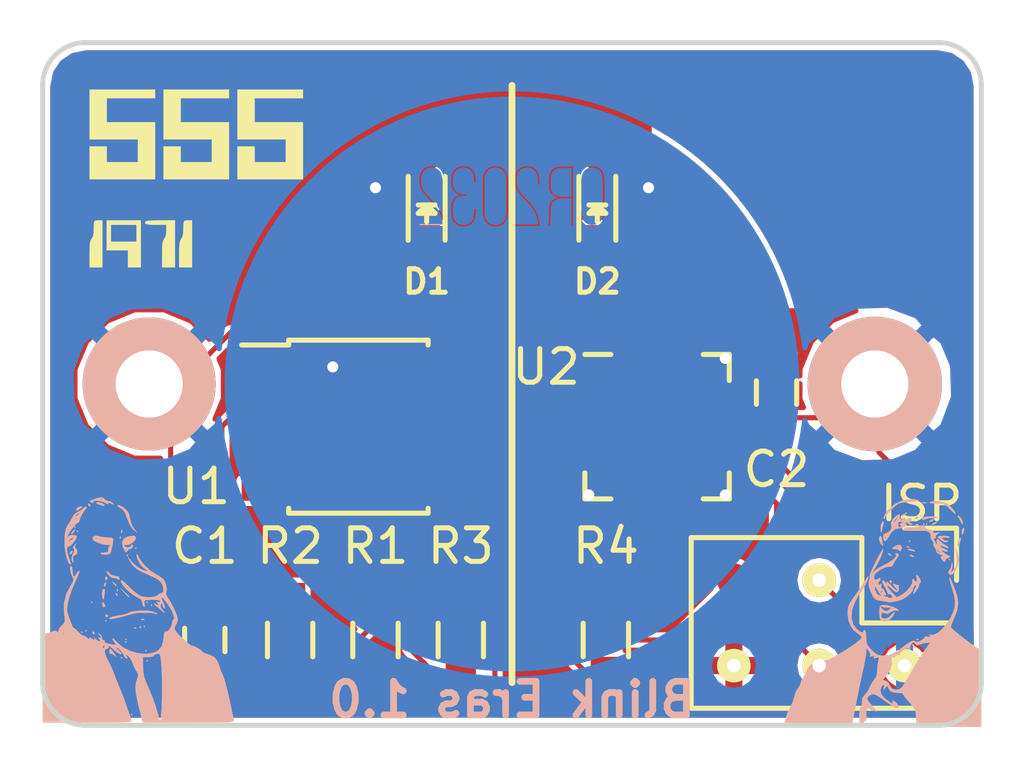
<source format=kicad_pcb>
(kicad_pcb (version 20171130) (host pcbnew "(5.1.12)-1")
  (layers (0 F.Cu signal) (31 B.Cu signal) (34 B.Paste user hide) (35 F.Paste user hide) (36 B.SilkS user hide) (37 F.SilkS user hide) (38 B.Mask user hide) (39 F.Mask user hide) (44 Edge.Cuts user))
  (net 0 "")
  (net 1 VCC)
  (net 2 GND)
  (net 3 "Net-(C1-Pad1)")
  (net 4 "Net-(D1-Pad2)")
  (net 5 "Net-(D2-Pad2)")
  (net 6 /~RESET~)
  (net 7 "Net-(U2-Pad2)")
  (net 8 "Net-(U2-Pad5)")
  (net 9 /MOSI)
  (net 10 /MISO)
  (net 11 /SCK)
  (net 12 "Net-(R1-Pad2)")
  (net 13 "Net-(R3-Pad1)")
  (net 14 "Net-(U1-Pad5)")
  (module Capacitors_SMD:C_0603 (layer F.Cu) (at 152.654 100.584 90)
    (fp_text reference C2 (at -2.286 0 180) (layer F.SilkS))
    (fp_text value 1µ hide)
    (pad 1 smd rect (at -0.75 0 90) (size 0.8 0.75) (layers F.Cu F.Paste F.Mask) (net 1 VCC))
    (pad 2 smd rect (at 0.75 0 90) (size 0.8 0.75) (layers F.Cu F.Paste F.Mask) (net 2 GND))
  )
  (module Housings_SOIC:SOIC-8_3.9x4.9mm_Pitch1.27mm (layer F.Cu) (at 140.208 101.6)
    (fp_text reference U1 (at -4.826 1.778) (layer F.SilkS))
    (fp_text value ICM7555 hide)
    (pad 1 smd rect (at -2.7 -1.905) (size 1.55 0.6) (layers F.Cu F.Paste F.Mask) (net 2 GND))
    (pad 2 smd rect (at -2.7 -0.635) (size 1.55 0.6) (layers F.Cu F.Paste F.Mask) (net 3 "Net-(C1-Pad1)"))
    (pad 3 smd rect (at -2.7 0.635) (size 1.55 0.6) (layers F.Cu F.Paste F.Mask) (net 13 "Net-(R3-Pad1)"))
    (pad 4 smd rect (at -2.7 1.905) (size 1.55 0.6) (layers F.Cu F.Paste F.Mask) (net 1 VCC))
    (pad 5 smd rect (at 2.7 1.905) (size 1.55 0.6) (layers F.Cu F.Paste F.Mask) (net 14 "Net-(U1-Pad5)"))
    (pad 6 smd rect (at 2.7 0.635) (size 1.55 0.6) (layers F.Cu F.Paste F.Mask) (net 3 "Net-(C1-Pad1)"))
    (pad 7 smd rect (at 2.7 -0.635) (size 1.55 0.6) (layers F.Cu F.Paste F.Mask) (net 12 "Net-(R1-Pad2)"))
    (pad 8 smd rect (at 2.7 -1.905) (size 1.55 0.6) (layers F.Cu F.Paste F.Mask) (net 1 VCC))
  )
  (module Capacitors_SMD:C_0603_HandSoldering (layer F.Cu) (at 135.636 107.95 270)
    (fp_text reference C1 (at -2.794 0) (layer F.SilkS))
    (fp_text value 1µ hide)
    (pad 1 smd rect (at -0.95 0 270) (size 1.2 0.75) (layers F.Cu F.Paste F.Mask) (net 3 "Net-(C1-Pad1)"))
    (pad 2 smd rect (at 0.95 0 270) (size 1.2 0.75) (layers F.Cu F.Paste F.Mask) (net 2 GND))
  )
  (module LEDs:LED_0603 (layer F.Cu) (at 142.24 95.25 270)
    (fp_text reference D1 (at 2.032 0) (layer F.SilkS) (effects (font (size 0.7 0.7))))
    (fp_text value Red hide)
    (pad 2 smd rect (at 0.7493 0 90) (size 0.79756 0.79756) (layers F.Cu F.Paste F.Mask) (net 4 "Net-(D1-Pad2)"))
    (pad 1 smd rect (at -0.7493 0 90) (size 0.79756 0.79756) (layers F.Cu F.Paste F.Mask) (net 2 GND))
  )
  (module LEDs:LED_0603 (layer F.Cu) (at 147.32 95.25 270)
    (fp_text reference D2 (at 2.032 0) (layer F.SilkS) (effects (font (size 0.7 0.7))))
    (fp_text value Green hide)
    (pad 2 smd rect (at 0.7493 0 90) (size 0.79756 0.79756) (layers F.Cu F.Paste F.Mask) (net 5 "Net-(D2-Pad2)"))
    (pad 1 smd rect (at -0.7493 0 90) (size 0.79756 0.79756) (layers F.Cu F.Paste F.Mask) (net 2 GND))
  )
  (module Resistors_SMD:R_0603_HandSoldering (layer F.Cu) (at 140.716 107.95 270)
    (fp_text reference R1 (at -2.794 0) (layer F.SilkS))
    (fp_text value 1K hide)
    (pad 1 smd rect (at -1.1 0 270) (size 1.2 0.9) (layers F.Cu F.Paste F.Mask) (net 1 VCC))
    (pad 2 smd rect (at 1.1 0 270) (size 1.2 0.9) (layers F.Cu F.Paste F.Mask) (net 12 "Net-(R1-Pad2)"))
  )
  (module Resistors_SMD:R_0603_HandSoldering (layer F.Cu) (at 138.176 107.95 90)
    (fp_text reference R2 (at 2.794 0 180) (layer F.SilkS))
    (fp_text value 470K hide)
    (pad 1 smd rect (at -1.1 0 90) (size 1.2 0.9) (layers F.Cu F.Paste F.Mask) (net 12 "Net-(R1-Pad2)"))
    (pad 2 smd rect (at 1.1 0 90) (size 1.2 0.9) (layers F.Cu F.Paste F.Mask) (net 3 "Net-(C1-Pad1)"))
  )
  (module Resistors_SMD:R_0603_HandSoldering (layer F.Cu) (at 143.256 107.95 90)
    (fp_text reference R3 (at 2.794 0 180) (layer F.SilkS))
    (fp_text value 68 hide)
    (pad 1 smd rect (at -1.1 0 90) (size 1.2 0.9) (layers F.Cu F.Paste F.Mask) (net 13 "Net-(R3-Pad1)"))
    (pad 2 smd rect (at 1.1 0 90) (size 1.2 0.9) (layers F.Cu F.Paste F.Mask) (net 4 "Net-(D1-Pad2)"))
  )
  (module Resistors_SMD:R_0603_HandSoldering (layer F.Cu) (at 147.574 107.95 270)
    (fp_text reference R4 (at -2.794 0) (layer F.SilkS))
    (fp_text value 56 hide)
    (pad 1 smd rect (at -1.1 0 270) (size 1.2 0.9) (layers F.Cu F.Paste F.Mask) (net 7 "Net-(U2-Pad2)"))
    (pad 2 smd rect (at 1.1 0 270) (size 1.2 0.9) (layers F.Cu F.Paste F.Mask) (net 5 "Net-(D2-Pad2)"))
  )
  (module BlinkyFeet:QFN-20-1EP_4x4mm_Pitch0.5mm (layer F.Cu) (at 149.098 101.6)
    (fp_text reference U2 (at -3.302 -1.778) (layer F.SilkS))
    (fp_text value ATTINY85-M hide)
    (pad 1 smd rect (at -1.965 -1) (size 0.73 0.3) (layers F.Cu F.Paste F.Mask) (net 6 /~RESET~))
    (pad 2 smd rect (at -1.965 -0.5) (size 0.73 0.3) (layers F.Cu F.Paste F.Mask) (net 7 "Net-(U2-Pad2)"))
    (pad 3 smd rect (at -1.965 0) (size 0.73 0.3) (layers F.Cu F.Paste F.Mask))
    (pad 4 smd rect (at -1.965 0.5) (size 0.73 0.3) (layers F.Cu F.Paste F.Mask))
    (pad 5 smd rect (at -1.965 1) (size 0.73 0.3) (layers F.Cu F.Paste F.Mask) (net 8 "Net-(U2-Pad5)"))
    (pad 6 smd rect (at -1 1.965 90) (size 0.73 0.3) (layers F.Cu F.Paste F.Mask))
    (pad 7 smd rect (at -0.5 1.965 90) (size 0.73 0.3) (layers F.Cu F.Paste F.Mask))
    (pad 8 smd rect (at 0 1.965 90) (size 0.73 0.3) (layers F.Cu F.Paste F.Mask) (net 2 GND))
    (pad 9 smd rect (at 0.5 1.965 90) (size 0.73 0.3) (layers F.Cu F.Paste F.Mask))
    (pad 10 smd rect (at 1 1.965 90) (size 0.73 0.3) (layers F.Cu F.Paste F.Mask))
    (pad 11 smd rect (at 1.965 1) (size 0.73 0.3) (layers F.Cu F.Paste F.Mask) (net 9 /MOSI))
    (pad 12 smd rect (at 1.965 0.5) (size 0.73 0.3) (layers F.Cu F.Paste F.Mask) (net 10 /MISO))
    (pad 13 smd rect (at 1.965 0) (size 0.73 0.3) (layers F.Cu F.Paste F.Mask))
    (pad 14 smd rect (at 1.965 -0.5) (size 0.73 0.3) (layers F.Cu F.Paste F.Mask) (net 11 /SCK))
    (pad 15 smd rect (at 1.965 -1) (size 0.73 0.3) (layers F.Cu F.Paste F.Mask) (net 1 VCC))
    (pad 16 smd rect (at 1 -1.965 90) (size 0.73 0.3) (layers F.Cu F.Paste F.Mask))
    (pad 17 smd rect (at 0.5 -1.965 90) (size 0.73 0.3) (layers F.Cu F.Paste F.Mask))
    (pad 18 smd rect (at 0 -1.965 90) (size 0.73 0.3) (layers F.Cu F.Paste F.Mask))
    (pad 19 smd rect (at -0.5 -1.965 90) (size 0.73 0.3) (layers F.Cu F.Paste F.Mask))
    (pad 20 smd rect (at -1 -1.965 90) (size 0.73 0.3) (layers F.Cu F.Paste F.Mask))
    (pad 8 smd rect (at 0.625 0.625) (size 1.25 1.25) (layers F.Cu F.Paste F.Mask) (net 2 GND))
    (pad 8 smd rect (at 0.625 -0.625) (size 1.25 1.25) (layers F.Cu F.Paste F.Mask) (net 2 GND))
    (pad 8 smd rect (at -0.625 0.625) (size 1.25 1.25) (layers F.Cu F.Paste F.Mask) (net 2 GND))
    (pad 8 smd rect (at -0.625 -0.625) (size 1.25 1.25) (layers F.Cu F.Paste F.Mask) (net 2 GND))
  )
  (module BlinkyFeet:555-lettering (layer F.Cu) (at 132.842 94.488)
    (fp_text reference G*** hide)
    (fp_text value LOGO hide)
  )
  (module "BlinkyFeet:AVR 1996 dilated" (layer F.Cu) (at 153.67 94.488)
    (fp_text reference G*** hide)
    (fp_text value LOGO hide)
  )
  (module BlinkyFeet:Big_Pad_Battery (layer B.Cu) (at 144.78 100.33 180)
    (fp_text reference BT1 hide)
    (fp_text value CR2032 hide)
    (fp_poly (pts (xy -1.575859 6.420987) (xy -1.39065 6.419314) (xy -1.35255 6.40768) (xy -1.307948 6.390871) (xy -1.269813 6.369424) (xy -1.237731 6.342853) (xy -1.211283 6.310676) (xy -1.190054 6.272408) (xy -1.173627 6.227566) (xy -1.164116 6.188886) (xy -1.159587 6.160404) (xy -1.156105 6.125608) (xy -1.153656 6.086004) (xy -1.152225 6.0431) (xy -1.151796 5.9984) (xy -1.152355 5.953412) (xy -1.153886 5.909642) (xy -1.156375 5.868596) (xy -1.159806 5.831781) (xy -1.164164 5.800702) (xy -1.168199 5.781404) (xy -1.182695 5.737558) (xy -1.202444 5.699468) (xy -1.227743 5.666917) (xy -1.25889 5.63969) (xy -1.296181 5.61757) (xy -1.339915 5.600342) (xy -1.390388 5.58779) (xy -1.44536 5.579947) (xy -1.461452 5.578772) (xy -1.484489 5.577706) (xy -1.512954 5.576788) (xy -1.545325 5.576057) (xy -1.580082 5.575553) (xy -1.615707 5.575314) (xy -1.626335 5.5753) (xy -1.761067 5.5753) (xy -1.761067 6.42266) (xy -1.575859 6.420987)) (layer B.Cu) (width 0.01))
    (fp_poly (pts (xy 0.533992 6.43461) (xy 0.585439 6.426156) (xy 0.631732 6.411063) (xy 0.672909 6.389291) (xy 0.709011 6.360801) (xy 0.740079 6.325551) (xy 0.766153 6.283502) (xy 0.787272 6.234614) (xy 0.803478 6.178845) (xy 0.807216 6.161617) (xy 0.80835 6.155618) (xy 0.809367 6.149129) (xy 0.810274 6.141683) (xy 0.811077 6.132813) (xy 0.811782 6.122052) (xy 0.812396 6.108934) (xy 0.812925 6.092993) (xy 0.813374 6.073761) (xy 0.813751 6.050772) (xy 0.814062 6.02356) (xy 0.814313 5.991658) (xy 0.81451 5.954599) (xy 0.81466 5.911917) (xy 0.814768 5.863145) (xy 0.814842 5.807816) (xy 0.814887 5.745464) (xy 0.81491 5.675622) (xy 0.814916 5.597824) (xy 0.814917 5.590117) (xy 0.81492 5.509528) (xy 0.814918 5.436929) (xy 0.814891 5.371843) (xy 0.814818 5.313793) (xy 0.814679 5.262303) (xy 0.814455 5.216896) (xy 0.814126 5.177094) (xy 0.813672 5.142422) (xy 0.813073 5.112403) (xy 0.812309 5.086559) (xy 0.81136 5.064414) (xy 0.810206 5.045491) (xy 0.808828 5.029313) (xy 0.807205 5.015404) (xy 0.805318 5.003286) (xy 0.803147 4.992484) (xy 0.800671 4.98252) (xy 0.797871 4.972917) (xy 0.794728 4.963199) (xy 0.79122 4.952889) (xy 0.787921 4.943254) (xy 0.767537 4.894596) (xy 0.741731 4.852428) (xy 0.710579 4.816813) (xy 0.674158 4.787812) (xy 0.632547 4.765487) (xy 0.585823 4.749901) (xy 0.536638 4.741379) (xy 0.516268 4.739344) (xy 0.501185 4.738269) (xy 0.488266 4.738099) (xy 0.474394 4.738778) (xy 0.459317 4.739999) (xy 0.407717 4.748193) (xy 0.360952 4.763308) (xy 0.31911 4.785249) (xy 0.282281 4.813924) (xy 0.250554 4.84924) (xy 0.224021 4.891105) (xy 0.20277 4.939424) (xy 0.186891 4.994104) (xy 0.180097 5.0292) (xy 0.17911 5.036219) (xy 0.178226 5.044712) (xy 0.177439 5.055141) (xy 0.176744 5.067969) (xy 0.176134 5.083659) (xy 0.175606 5.102674) (xy 0.175154 5.125476) (xy 0.174771 5.152528) (xy 0.174453 5.184293) (xy 0.174194 5.221234) (xy 0.17399 5.263813) (xy 0.173833 5.312494) (xy 0.17372 5.367739) (xy 0.173644 5.43001) (xy 0.173601 5.499771) (xy 0.173584 5.577485) (xy 0.173584 5.586636) (xy 0.17362 5.678486) (xy 0.173735 5.762035) (xy 0.17393 5.837266) (xy 0.174203 5.904162) (xy 0.174554 5.962707) (xy 0.174984 6.012882) (xy 0.175493 6.054672) (xy 0.176079 6.088059) (xy 0.176744 6.113026) (xy 0.177486 6.129556) (xy 0.178087 6.136357) (xy 0.189299 6.194366) (xy 0.205917 6.246651) (xy 0.227781 6.29295) (xy 0.254729 6.333005) (xy 0.286601 6.366554) (xy 0.323236 6.393339) (xy 0.34419 6.404542) (xy 0.391362 6.422706) (xy 0.440895 6.433384) (xy 0.493594 6.436706) (xy 0.533992 6.43461)) (layer B.Cu) (width 0.01))
    (fp_poly (pts (xy 0.067734 8.548908) (xy 0.128295 8.548665) (xy 0.182977 8.548215) (xy 0.233073 8.547517) (xy 0.279876 8.546534) (xy 0.32468 8.545228) (xy 0.368777 8.543559) (xy 0.413461 8.54149) (xy 0.460025 8.538981) (xy 0.509762 8.535995) (xy 0.563965 8.532493) (xy 0.5715 8.531992) (xy 0.837325 8.51002) (xy 1.102531 8.479656) (xy 1.366818 8.440966) (xy 1.629889 8.394018) (xy 1.891445 8.33888) (xy 2.151188 8.275619) (xy 2.40882 8.204303) (xy 2.664042 8.124999) (xy 2.916556 8.037775) (xy 3.156098 7.94667) (xy 3.40391 7.843564) (xy 3.647834 7.732988) (xy 3.88772 7.615064) (xy 4.123415 7.489915) (xy 4.35477 7.357665) (xy 4.581633 7.218435) (xy 4.803851 7.072348) (xy 5.021276 6.919527) (xy 5.233754 6.760095) (xy 5.441136 6.594174) (xy 5.643269 6.421887) (xy 5.840003 6.243356) (xy 6.031186 6.058704) (xy 6.216667 5.868053) (xy 6.396296 5.671527) (xy 6.56992 5.469248) (xy 6.737389 5.261339) (xy 6.898552 5.047921) (xy 7.053257 4.829119) (xy 7.118117 4.732867) (xy 7.263909 4.505737) (xy 7.402052 4.274987) (xy 7.532549 4.040604) (xy 7.655408 3.802575) (xy 7.770633 3.56089) (xy 7.87823 3.315534) (xy 7.978205 3.066497) (xy 8.070562 2.813766) (xy 8.155308 2.557329) (xy 8.232449 2.297173) (xy 8.248401 2.239433) (xy 8.312326 1.989522) (xy 8.368827 1.736111) (xy 8.417769 1.480012) (xy 8.459016 1.222036) (xy 8.492433 0.962994) (xy 8.517882 0.703696) (xy 8.527758 0.5715) (xy 8.531331 0.516613) (xy 8.534383 0.466362) (xy 8.536952 0.419454) (xy 8.539077 0.374597) (xy 8.540796 0.330496) (xy 8.542148 0.28586) (xy 8.543171 0.239394) (xy 8.543904 0.189805) (xy 8.544385 0.1358) (xy 8.544653 0.076086) (xy 8.544745 0.009371) (xy 8.544746 0) (xy 8.544674 -0.067734) (xy 8.544432 -0.128295) (xy 8.543981 -0.182977) (xy 8.543284 -0.233073) (xy 8.542301 -0.279876) (xy 8.540994 -0.32468) (xy 8.539325 -0.368777) (xy 8.537256 -0.413461) (xy 8.534748 -0.460025) (xy 8.531761 -0.509762) (xy 8.528259 -0.563965) (xy 8.527758 -0.5715) (xy 8.505735 -0.838063) (xy 8.475317 -1.103874) (xy 8.436563 -1.368679) (xy 8.38953 -1.632226) (xy 8.334276 -1.894259) (xy 8.270859 -2.154527) (xy 8.199336 -2.412775) (xy 8.119765 -2.668749) (xy 8.032204 -2.922197) (xy 7.936711 -3.172865) (xy 7.933508 -3.180881) (xy 7.83008 -3.427967) (xy 7.719145 -3.671233) (xy 7.600832 -3.910521) (xy 7.475268 -4.145673) (xy 7.342581 -4.376532) (xy 7.202896 -4.602939) (xy 7.056344 -4.824736) (xy 6.903049 -5.041767) (xy 6.743141 -5.253873) (xy 6.576746 -5.460897) (xy 6.403992 -5.66268) (xy 6.225007 -5.859065) (xy 6.039917 -6.049894) (xy 5.848851 -6.23501) (xy 5.651935 -6.414254) (xy 5.449298 -6.587468) (xy 5.241066 -6.754496) (xy 5.027367 -6.915179) (xy 4.808328 -7.06936) (xy 4.773793 -7.092742) (xy 4.549459 -7.238764) (xy 4.320795 -7.377602) (xy 4.088032 -7.509156) (xy 3.851402 -7.633327) (xy 3.611136 -7.750016) (xy 3.367465 -7.859123) (xy 3.12062 -7.960551) (xy 2.870832 -8.054198) (xy 2.618333 -8.139967) (xy 2.363353 -8.217759) (xy 2.106123 -8.287473) (xy 1.846875 -8.349011) (xy 1.843617 -8.349729) (xy 1.668084 -8.386637) (xy 1.494806 -8.419452) (xy 1.322357 -8.448365) (xy 1.149307 -8.473563) (xy 0.974229 -8.495238) (xy 0.795695 -8.513577) (xy 0.612277 -8.52877) (xy 0.422548 -8.541006) (xy 0.385233 -8.543036) (xy 0.366289 -8.543821) (xy 0.339956 -8.544596) (xy 0.30727 -8.545351) (xy 0.269268 -8.546077) (xy 0.226987 -8.546763) (xy 0.181465 -8.5474) (xy 0.133736 -8.547978) (xy 0.084839 -8.548488) (xy 0.035811 -8.548919) (xy -0.012313 -8.549263) (xy -0.058495 -8.549509) (xy -0.101698 -8.549647) (xy -0.140885 -8.549668) (xy -0.175021 -8.549563) (xy -0.203067 -8.549321) (xy -0.223988 -8.548932) (xy -0.2286 -8.54879) (xy -0.354503 -8.543796) (xy -0.473652 -8.537828) (xy -0.587717 -8.530765) (xy -0.698365 -8.52249) (xy -0.807268 -8.512883) (xy -0.916093 -8.501825) (xy -0.967317 -8.496136) (xy -1.233465 -8.461555) (xy -1.49797 -8.418702) (xy -1.760646 -8.367645) (xy -2.021311 -8.308451) (xy -2.279782 -8.241188) (xy -2.535874 -8.165924) (xy -2.789405 -8.082725) (xy -3.040191 -7.991661) (xy -3.288048 -7.892797) (xy -3.532794 -7.786203) (xy -3.774245 -7.671945) (xy -4.012217 -7.550091) (xy -4.246527 -7.420709) (xy -4.476992 -7.283866) (xy -4.703428 -7.139631) (xy -4.773794 -7.092742) (xy -4.993956 -6.939369) (xy -5.208959 -6.779321) (xy -5.418656 -6.612744) (xy -5.6229 -6.439788) (xy -5.821544 -6.260599) (xy -6.014441 -6.075325) (xy -6.201446 -5.884115) (xy -6.38241 -5.687116) (xy -6.557187 -5.484476) (xy -6.72563 -5.276343) (xy -6.887593 -5.062864) (xy -7.042928 -4.844188) (xy -7.118117 -4.732866) (xy -7.263909 -4.505737) (xy -7.402052 -4.274987) (xy -7.53255 -4.040603) (xy -7.655408 -3.802575) (xy -7.770633 -3.560889) (xy -7.87823 -3.315534) (xy -7.978205 -3.066497) (xy -8.070562 -2.813766) (xy -8.155309 -2.557328) (xy -8.232449 -2.297172) (xy -8.248401 -2.239433) (xy -8.312326 -1.989521) (xy -8.368827 -1.736111) (xy -8.41777 -1.480012) (xy -8.459017 -1.222036) (xy -8.492433 -0.962994) (xy -8.517883 -0.703696) (xy -8.527758 -0.5715) (xy -8.531331 -0.516612) (xy -8.534383 -0.466361) (xy -8.536952 -0.419454) (xy -8.539077 -0.374596) (xy -8.540796 -0.330496) (xy -8.542148 -0.285859) (xy -8.543172 -0.239393) (xy -8.543905 -0.189804) (xy -8.544385 -0.1358) (xy -8.544653 -0.076086) (xy -8.544745 -0.00937) (xy -8.544746 0) (xy -8.544674 0.067734) (xy -8.544432 0.128295) (xy -8.543981 0.182977) (xy -8.543284 0.233073) (xy -8.542301 0.279877) (xy -8.540995 0.32468) (xy -8.539326 0.368777) (xy -8.537256 0.413461) (xy -8.534748 0.460025) (xy -8.531762 0.509762) (xy -8.52826 0.563965) (xy -8.527758 0.5715) (xy -8.505735 0.838063) (xy -8.475317 1.103874) (xy -8.436563 1.36868) (xy -8.38953 1.632226) (xy -8.334276 1.89426) (xy -8.270859 2.154527) (xy -8.199336 2.412775) (xy -8.119765 2.66875) (xy -8.032205 2.922198) (xy -7.936712 3.172865) (xy -7.933508 3.180881) (xy -7.83008 3.427967) (xy -7.719146 3.671233) (xy -7.600833 3.910521) (xy -7.475269 4.145673) (xy -7.342581 4.376532) (xy -7.202897 4.602939) (xy -7.056344 4.824737) (xy -6.90305 5.041767) (xy -6.743141 5.253874) (xy -6.576747 5.460897) (xy -6.4725 5.582662) (xy -2.758539 5.582662) (xy -2.75849 5.521862) (xy -2.758368 5.461758) (xy -2.758174 5.403002) (xy -2.757907 5.346246) (xy -2.757569 5.292142) (xy -2.757158 5.241342) (xy -2.756675 5.194499) (xy -2.75612 5.152264) (xy -2.755493 5.11529) (xy -2.754795 5.084229) (xy -2.754025 5.059732) (xy -2.753184 5.042452) (xy -2.75235 5.033513) (xy -2.739039 4.968414) (xy -2.720723 4.910128) (xy -2.697385 4.858627) (xy -2.669012 4.813884) (xy -2.635588 4.775873) (xy -2.597099 4.744566) (xy -2.589919 4.739825) (xy -2.566671 4.726266) (xy -2.542466 4.715082) (xy -2.515459 4.705634) (xy -2.483808 4.697284) (xy -2.445669 4.689393) (xy -2.442633 4.688827) (xy -2.42798 4.687415) (xy -2.407122 4.687101) (xy -2.382235 4.687752) (xy -2.355491 4.689236) (xy -2.329063 4.691421) (xy -2.305125 4.694174) (xy -2.285851 4.697362) (xy -2.279879 4.698744) (xy -2.279124 4.699) (xy -1.8161 4.699) (xy -1.761067 4.699) (xy -1.761067 5.520267) (xy -1.630282 5.520267) (xy -1.595287 5.520119) (xy -1.560788 5.519701) (xy -1.528313 5.519051) (xy -1.499392 5.518209) (xy -1.475554 5.517213) (xy -1.458327 5.516101) (xy -1.455657 5.515853) (xy -1.396973 5.507282) (xy -1.345188 5.493969) (xy -1.300059 5.475717) (xy -1.261342 5.452329) (xy -1.228793 5.423608) (xy -1.202168 5.389358) (xy -1.181225 5.349382) (xy -1.165719 5.303482) (xy -1.159654 5.27685) (xy -1.158401 5.266233) (xy -1.157171 5.247605) (xy -1.155977 5.221423) (xy -1.154834 5.188141) (xy -1.153759 5.148217) (xy -1.152764 5.102106) (xy -1.151866 5.050264) (xy -1.151554 5.0292) (xy -1.150827 4.979418) (xy -1.150148 4.937326) (xy -1.149483 4.902144) (xy -1.148797 4.873097) (xy -1.148055 4.849406) (xy -1.147221 4.830294) (xy -1.146261 4.814984) (xy -1.145139 4.802698) (xy -1.14382 4.792659) (xy -1.14227 4.78409) (xy -1.140453 4.776212) (xy -1.140064 4.774688) (xy -1.134473 4.755644) (xy -1.127812 4.736662) (xy -1.121519 4.721836) (xy -1.121487 4.721771) (xy -1.11125 4.701117) (xy -1.080141 4.699865) (xy -1.065431 4.699679) (xy -1.054962 4.700334) (xy -1.050672 4.701689) (xy -1.050698 4.701981) (xy -1.059356 4.719478) (xy -1.066741 4.734772) (xy -1.072963 4.74869) (xy -1.078135 4.762058) (xy -1.082366 4.775704) (xy -1.085768 4.790454) (xy -1.088452 4.807134) (xy -1.09053 4.826573) (xy -1.092112 4.849596) (xy -1.09331 4.877029) (xy -1.094235 4.909701) (xy -1.094998 4.948438) (xy -1.09571 4.994066) (xy -1.096403 5.0419) (xy -1.097172 5.093313) (xy -1.097911 5.137089) (xy -1.098683 5.174059) (xy -1.099554 5.205051) (xy -1.10059 5.230897) (xy -1.101856 5.252425) (xy -1.103417 5.270465) (xy -1.105339 5.285848) (xy -1.107686 5.299402) (xy -1.110524 5.311958) (xy -1.113919 5.324345) (xy -1.117935 5.337394) (xy -1.12022 5.344494) (xy -1.136684 5.383633) (xy -1.159649 5.421273) (xy -1.187667 5.455582) (xy -1.219291 5.48473) (xy -1.245195 5.502511) (xy -1.261522 5.510748) (xy -1.283336 5.519937) (xy -1.307889 5.529064) (xy -1.332434 5.537115) (xy -1.354223 5.543078) (xy -1.356784 5.543664) (xy -1.361999 5.545221) (xy -1.362424 5.547003) (xy -1.357123 5.549532) (xy -1.345162 5.553331) (xy -1.3335 5.556693) (xy -1.282419 5.574936) (xy -1.237558 5.598886) (xy -1.198966 5.62849) (xy -1.166697 5.663696) (xy -1.140801 5.704453) (xy -1.121331 5.75071) (xy -1.113897 5.776383) (xy -1.108449 5.800969) (xy -1.104153 5.827075) (xy -1.100911 5.855954) (xy -1.098623 5.888863) (xy -1.097192 5.927055) (xy -1.096518 5.971786) (xy -1.096434 5.998018) (xy -1.096462 6.002132) (xy -0.821267 6.002132) (xy -0.821267 5.935133) (xy -0.766234 5.935133) (xy -0.766234 6.019379) (xy -0.764392 6.08499) (xy -0.758747 6.143579) (xy -0.749115 6.19578) (xy -0.735317 6.242224) (xy -0.717169 6.283543) (xy -0.694489 6.32037) (xy -0.671567 6.348554) (xy -0.639092 6.378993) (xy -0.603373 6.402539) (xy -0.563461 6.419643) (xy -0.51841 6.430755) (xy -0.491067 6.434479) (xy -0.437082 6.436621) (xy -0.386175 6.431797) (xy -0.338938 6.420181) (xy -0.295964 6.401952) (xy -0.257846 6.377287) (xy -0.236694 6.358624) (xy -0.208976 6.326532) (xy -0.186001 6.289729) (xy -0.167583 6.247671) (xy -0.153537 6.199813) (xy -0.143676 6.145611) (xy -0.137814 6.08452) (xy -0.136869 6.066225) (xy -0.137164 6.006569) (xy -0.143536 5.949697) (xy -0.156311 5.894714) (xy -0.175816 5.840729) (xy -0.202375 5.786848) (xy -0.236315 5.73218) (xy -0.277962 5.67583) (xy -0.28048 5.672667) (xy -0.29261 5.657625) (xy -0.30444 5.643301) (xy -0.316723 5.628865) (xy -0.330209 5.613483) (xy -0.345647 5.596324) (xy -0.363788 5.576556) (xy -0.385383 5.553346) (xy -0.411182 5.525863) (xy -0.441935 5.493275) (xy -0.449017 5.485785) (xy -0.486643 5.445818) (xy -0.519042 5.410946) (xy -0.546968 5.38027) (xy -0.571175 5.352892) (xy -0.592418 5.327915) (xy -0.61145 5.30444) (xy -0.629027 5.28157) (xy -0.645901 5.258406) (xy -0.662828 5.23405) (xy -0.672514 5.2197) (xy -0.700439 5.174835) (xy -0.727156 5.125982) (xy -0.751188 5.076076) (xy -0.771059 5.028053) (xy -0.776662 5.012514) (xy -0.792283 4.959992) (xy -0.805034 4.902344) (xy -0.814421 4.842569) (xy -0.819949 4.783667) (xy -0.821267 4.7415) (xy -0.821267 4.699) (xy -0.0889 4.699) (xy -0.0889 4.754034) (xy -0.767398 4.754034) (xy -0.764573 4.791075) (xy -0.755503 4.869873) (xy -0.740453 4.94362) (xy -0.718951 5.013697) (xy -0.690524 5.081483) (xy -0.654701 5.148359) (xy -0.627685 5.191304) (xy -0.61162 5.214991) (xy -0.595319 5.237893) (xy -0.578125 5.260789) (xy -0.559383 5.284456) (xy -0.538437 5.309671) (xy -0.514629 5.337212) (xy -0.487304 5.367858) (xy -0.466237 5.390951) (xy 0.115024 5.390951) (xy 0.115111 5.324371) (xy 0.115317 5.265626) (xy 0.115641 5.214819) (xy 0.116082 5.172051) (xy 0.116641 5.137425) (xy 0.117317 5.111041) (xy 0.118109 5.093003) (xy 0.118268 5.090584) (xy 0.124907 5.027066) (xy 0.135467 4.970421) (xy 0.150236 4.919872) (xy 0.169499 4.874645) (xy 0.193545 4.833963) (xy 0.222658 4.797053) (xy 0.229684 4.789455) (xy 0.267034 4.755681) (xy 0.308534 4.728782) (xy 0.354526 4.708624) (xy 0.405353 4.695072) (xy 0.461357 4.687991) (xy 0.491067 4.68684) (xy 0.514935 4.687355) (xy 0.541476 4.689178) (xy 0.565597 4.691939) (xy 0.569383 4.692522) (xy 0.62322 4.705109) (xy 0.672089 4.724504) (xy 0.715885 4.750588) (xy 0.754504 4.783239) (xy 0.787842 4.822336) (xy 0.815795 4.867758) (xy 0.838258 4.919384) (xy 0.855126 4.977093) (xy 0.86572 5.036252) (xy 0.866705 5.044854) (xy 0.867586 5.055127) (xy 0.868369 5.067544) (xy 0.869059 5.082576) (xy 0.869661 5.100694) (xy 0.870181 5.122372) (xy 0.870625 5.148079) (xy 0.870997 5.178289) (xy 0.871303 5.213473) (xy 0.87134 5.2197) (xy 1.069731 5.2197) (xy 1.072659 5.137435) (xy 1.075155 5.086253) (xy 1.078934 5.041947) (xy 1.084311 5.002986) (xy 1.091605 4.967834) (xy 1.101134 4.934957) (xy 1.113214 4.902823) (xy 1.127944 4.870347) (xy 1.153956 4.825073) (xy 1.18485 4.786388) (xy 1.220904 4.754102) (xy 1.262395 4.728022) (xy 1.309601 4.707957) (xy 1.362799 4.693715) (xy 1.39065 4.688876) (xy 1.407673 4.687554) (xy 1.430691 4.687377) (xy 1.45733 4.688202) (xy 1.485216 4.68989) (xy 1.511974 4.6923) (xy 1.535232 4.695289) (xy 1.551517 4.698435) (xy 1.602106 4.71504) (xy 1.647375 4.738211) (xy 1.687337 4.76796) (xy 1.722003 4.804302) (xy 1.751385 4.847248) (xy 1.775495 4.896812) (xy 1.794345 4.953006) (xy 1.79704 4.963271) (xy 1.802743 4.988046) (xy 1.807283 5.013216) (xy 1.810743 5.039986) (xy 1.813207 5.069564) (xy 1.814761 5.103156) (xy 1.815488 5.14197) (xy 1.815472 5.187211) (xy 1.815087 5.221817) (xy 1.814505 5.258872) (xy 1.813888 5.288642) (xy 1.813154 5.31231) (xy 1.812221 5.331057) (xy 1.811006 5.346065) (xy 1.809426 5.358517) (xy 1.8074 5.369595) (xy 1.804844 5.38048) (xy 1.80372 5.3848) (xy 1.785906 5.437205) (xy 1.761772 5.484342) (xy 1.731606 5.525885) (xy 1.695696 5.56151) (xy 1.65433 5.590892) (xy 1.607797 5.613707) (xy 1.597045 5.617759) (xy 1.570606 5.62722) (xy 1.608375 5.645683) (xy 1.656553 5.673736) (xy 1.698862 5.707796) (xy 1.735086 5.747565) (xy 1.765008 5.792747) (xy 1.78841 5.843044) (xy 1.805077 5.898159) (xy 1.809886 5.92193) (xy 1.812794 5.945108) (xy 1.814748 5.974547) (xy 1.815568 6.002132) (xy 2.0193 6.002132) (xy 2.0193 5.935133) (xy 2.074333 5.935133) (xy 2.074333 6.019379) (xy 2.076175 6.08499) (xy 2.08182 6.143579) (xy 2.091451 6.19578) (xy 2.10525 6.242224) (xy 2.123398 6.283543) (xy 2.146077 6.32037) (xy 2.169 6.348554) (xy 2.201474 6.378993) (xy 2.237194 6.402539) (xy 2.277105 6.419643) (xy 2.322157 6.430755) (xy 2.3495 6.434479) (xy 2.403485 6.436621) (xy 2.454392 6.431797) (xy 2.501629 6.420181) (xy 2.544603 6.401952) (xy 2.582721 6.377287) (xy 2.603873 6.358624) (xy 2.631591 6.326532) (xy 2.654565 6.289729) (xy 2.672983 6.247671) (xy 2.68703 6.199813) (xy 2.696891 6.145611) (xy 2.702753 6.08452) (xy 2.703697 6.066225) (xy 2.703403 6.006569) (xy 2.697031 5.949697) (xy 2.684255 5.894714) (xy 2.664751 5.840729) (xy 2.638191 5.786848) (xy 2.604251 5.73218) (xy 2.562605 5.67583) (xy 2.560086 5.672667) (xy 2.547957 5.657625) (xy 2.536126 5.643301) (xy 2.523843 5.628865) (xy 2.510358 5.613483) (xy 2.49492 5.596324) (xy 2.476779 5.576556) (xy 2.455184 5.553346) (xy 2.429385 5.525863) (xy 2.398632 5.493275) (xy 2.39155 5.485785) (xy 2.353924 5.445818) (xy 2.321525 5.410946) (xy 2.293599 5.38027) (xy 2.269391 5.352892) (xy 2.248149 5.327915) (xy 2.229116 5.30444) (xy 2.21154 5.28157) (xy 2.194666 5.258406) (xy 2.177739 5.23405) (xy 2.168052 5.2197) (xy 2.140127 5.174835) (xy 2.113411 5.125982) (xy 2.089379 5.076076) (xy 2.069507 5.028053) (xy 2.063905 5.012514) (xy 2.048284 4.959992) (xy 2.035533 4.902344) (xy 2.026146 4.842569) (xy 2.020618 4.783667) (xy 2.0193 4.7415) (xy 2.0193 4.699) (xy 2.751667 4.699) (xy 2.751667 4.754034) (xy 2.073169 4.754034) (xy 2.075994 4.791075) (xy 2.085063 4.869873) (xy 2.100113 4.94362) (xy 2.121616 5.013697) (xy 2.150043 5.081483) (xy 2.185865 5.148359) (xy 2.212882 5.191304) (xy 2.228947 5.214991) (xy 2.245248 5.237893) (xy 2.262441 5.260789) (xy 2.281183 5.284456) (xy 2.30213 5.309671) (xy 2.325938 5.337212) (xy 2.353263 5.367858) (xy 2.384761 5.402385) (xy 2.421089 5.441571) (xy 2.45116 5.4737) (xy 2.488185 5.513304) (xy 2.519952 5.547692) (xy 2.547147 5.577681) (xy 2.570455 5.604082) (xy 2.590564 5.62771) (xy 2.608161 5.649379) (xy 2.62393 5.669901) (xy 2.63856 5.690092) (xy 2.652736 5.710764) (xy 2.658576 5.719567) (xy 2.692808 5.776723) (xy 2.719799 5.833576) (xy 2.740441 5.892167) (xy 2.750099 5.928783) (xy 2.753572 5.949557) (xy 2.75609 5.976805) (xy 2.757651 6.008589) (xy 2.758252 6.04297) (xy 2.757891 6.07801) (xy 2.756562 6.11177) (xy 2.754265 6.142311) (xy 2.750996 6.167695) (xy 2.750473 6.170658) (xy 2.735846 6.232727) (xy 2.716008 6.288164) (xy 2.690994 6.33694) (xy 2.660837 6.379025) (xy 2.62557 6.414389) (xy 2.585226 6.443003) (xy 2.539839 6.464836) (xy 2.489442 6.479858) (xy 2.434069 6.488041) (xy 2.393198 6.489683) (xy 2.334333 6.486289) (xy 2.280424 6.476033) (xy 2.231442 6.458897) (xy 2.187356 6.434865) (xy 2.148139 6.403918) (xy 2.113759 6.366038) (xy 2.08419 6.321208) (xy 2.069618 6.292843) (xy 2.051459 6.247258) (xy 2.037457 6.196609) (xy 2.027504 6.140274) (xy 2.021492 6.077628) (xy 2.019312 6.008048) (xy 2.0193 6.002132) (xy 1.815568 6.002132) (xy 1.815746 6.008095) (xy 1.815789 6.043599) (xy 1.814878 6.078909) (xy 1.813011 6.111871) (xy 1.810189 6.140334) (xy 1.809893 6.142567) (xy 1.798053 6.206907) (xy 1.78091 6.264653) (xy 1.758451 6.315821) (xy 1.730665 6.360428) (xy 1.697536 6.398489) (xy 1.659054 6.430022) (xy 1.615204 6.455044) (xy 1.565973 6.473569) (xy 1.545167 6.479072) (xy 1.499351 6.486604) (xy 1.449779 6.48901) (xy 1.399253 6.486415) (xy 1.350579 6.478943) (xy 1.312126 6.468643) (xy 1.273714 6.453496) (xy 1.240174 6.434795) (xy 1.20881 6.410849) (xy 1.186689 6.390045) (xy 1.170606 6.373303) (xy 1.158377 6.358805) (xy 1.148156 6.343915) (xy 1.138099 6.325994) (xy 1.128633 6.307092) (xy 1.109987 6.264668) (xy 1.095689 6.222216) (xy 1.085348 6.177911) (xy 1.078573 6.129925) (xy 1.074972 6.076431) (xy 1.074343 6.053667) (xy 1.07315 5.98805) (xy 1.128183 5.98805) (xy 1.130804 6.066367) (xy 1.13443 6.125272) (xy 1.141319 6.177144) (xy 1.151782 6.222885) (xy 1.166131 6.2634) (xy 1.184675 6.29959) (xy 1.207727 6.332359) (xy 1.23154 6.358636) (xy 1.258834 6.38287) (xy 1.287033 6.401469) (xy 1.318679 6.415853) (xy 1.353219 6.426638) (xy 1.382392 6.432165) (xy 1.416686 6.435227) (xy 1.453148 6.435821) (xy 1.488821 6.433948) (xy 1.520751 6.429606) (xy 1.533719 6.426688) (xy 1.57941 6.411061) (xy 1.619649 6.389605) (xy 1.654628 6.362083) (xy 1.684544 6.32826) (xy 1.709589 6.287898) (xy 1.729958 6.240761) (xy 1.745844 6.186612) (xy 1.751248 6.161617) (xy 1.753887 6.146102) (xy 1.755858 6.129188) (xy 1.75724 6.109424) (xy 1.75811 6.085357) (xy 1.758547 6.055534) (xy 1.758635 6.024033) (xy 1.758537 5.991392) (xy 1.758237 5.965803) (xy 1.757636 5.945853) (xy 1.756635 5.930129) (xy 1.755136 5.917216) (xy 1.753038 5.905702) (xy 1.750244 5.894173) (xy 1.749306 5.890683) (xy 1.732843 5.84364) (xy 1.710387 5.799894) (xy 1.682781 5.760678) (xy 1.650869 5.727225) (xy 1.622316 5.705114) (xy 1.593177 5.68747) (xy 1.564441 5.673861) (xy 1.534464 5.663877) (xy 1.501601 5.657108) (xy 1.464208 5.653142) (xy 1.420641 5.651568) (xy 1.407762 5.6515) (xy 1.337733 5.6515) (xy 1.337733 5.6007) (xy 1.396053 5.6007) (xy 1.447247 5.599532) (xy 1.491395 5.595948) (xy 1.529598 5.589828) (xy 1.55575 5.583285) (xy 1.60158 5.565609) (xy 1.642174 5.541346) (xy 1.677311 5.51073) (xy 1.706771 5.473995) (xy 1.730331 5.431374) (xy 1.747773 5.383101) (xy 1.749045 5.37845) (xy 1.751831 5.367117) (xy 1.754038 5.35558) (xy 1.75576 5.342587) (xy 1.757087 5.326883) (xy 1.758113 5.307215) (xy 1.758928 5.282328) (xy 1.759625 5.250969) (xy 1.760018 5.228895) (xy 1.760448 5.169892) (xy 1.759519 5.118239) (xy 1.757083 5.072904) (xy 1.752992 5.032857) (xy 1.747097 4.997067) (xy 1.73925 4.964505) (xy 1.729303 4.934138) (xy 1.717107 4.904937) (xy 1.7118 4.893825) (xy 1.700573 4.872501) (xy 1.689433 4.855194) (xy 1.676164 4.838858) (xy 1.658545 4.82045) (xy 1.657744 4.819653) (xy 1.626843 4.792443) (xy 1.594657 4.771502) (xy 1.559865 4.756342) (xy 1.521145 4.746476) (xy 1.477175 4.741413) (xy 1.443567 4.740464) (xy 1.392117 4.743117) (xy 1.346522 4.751256) (xy 1.30597 4.765152) (xy 1.269645 4.785076) (xy 1.240193 4.808115) (xy 1.210084 4.839862) (xy 1.18503 4.87625) (xy 1.16488 4.917736) (xy 1.149484 4.964776) (xy 1.138692 5.01783) (xy 1.132353 5.077354) (xy 1.130317 5.142442) (xy 1.1303 5.2197) (xy 1.069731 5.2197) (xy 0.87134 5.2197) (xy 0.87155 5.254103) (xy 0.871741 5.300649) (xy 0.871882 5.353586) (xy 0.87198 5.413383) (xy 0.872039 5.480513) (xy 0.872064 5.555447) (xy 0.872067 5.588) (xy 0.87206 5.668035) (xy 0.872029 5.740092) (xy 0.871955 5.804664) (xy 0.871821 5.862239) (xy 0.871608 5.913308) (xy 0.871298 5.958362) (xy 0.870873 5.997889) (xy 0.870315 6.032381) (xy 0.869606 6.062327) (xy 0.868729 6.088218) (xy 0.867664 6.110543) (xy 0.866394 6.129794) (xy 0.864902 6.146459) (xy 0.863168 6.16103) (xy 0.861175 6.173995) (xy 0.858905 6.185847) (xy 0.85634 6.197074) (xy 0.853461 6.208166) (xy 0.850252 6.219615) (xy 0.848621 6.225268) (xy 0.828716 6.281009) (xy 0.803234 6.330415) (xy 0.772348 6.373367) (xy 0.736227 6.409746) (xy 0.695045 6.439434) (xy 0.648973 6.462313) (xy 0.598181 6.478262) (xy 0.542841 6.487165) (xy 0.483125 6.488902) (xy 0.468598 6.488264) (xy 0.410139 6.481526) (xy 0.357012 6.468268) (xy 0.309177 6.448452) (xy 0.266595 6.422042) (xy 0.229224 6.388999) (xy 0.197025 6.349286) (xy 0.169959 6.302865) (xy 0.147986 6.2497) (xy 0.131065 6.189751) (xy 0.126079 6.16585) (xy 0.124712 6.158476) (xy 0.12349 6.151155) (xy 0.122404 6.143384) (xy 0.121443 6.13466) (xy 0.120596 6.124478) (xy 0.119854 6.112336) (xy 0.119207 6.097729) (xy 0.118645 6.080155) (xy 0.118157 6.059109) (xy 0.117734 6.034089) (xy 0.117365 6.004589) (xy 0.11704 5.970108) (xy 0.11675 5.930142) (xy 0.116484 5.884186) (xy 0.116231 5.831738) (xy 0.115983 5.772294) (xy 0.115729 5.70535) (xy 0.115481 5.636683) (xy 0.115208 5.547209) (xy 0.115056 5.465264) (xy 0.115024 5.390951) (xy -0.466237 5.390951) (xy -0.455806 5.402385) (xy -0.419478 5.441571) (xy -0.389407 5.4737) (xy -0.352381 5.513304) (xy -0.320614 5.547692) (xy -0.29342 5.577681) (xy -0.270111 5.604082) (xy -0.250002 5.62771) (xy -0.232406 5.649379) (xy -0.216636 5.669901) (xy -0.202007 5.690092) (xy -0.18783 5.710764) (xy -0.18199 5.719567) (xy -0.147758 5.776723) (xy -0.120768 5.833576) (xy -0.100126 5.892167) (xy -0.090467 5.928783) (xy -0.086995 5.949557) (xy -0.084477 5.976805) (xy -0.082915 6.008589) (xy -0.082314 6.04297) (xy -0.082676 6.07801) (xy -0.084004 6.11177) (xy -0.086301 6.142311) (xy -0.089571 6.167695) (xy -0.090093 6.170658) (xy -0.104721 6.232727) (xy -0.124558 6.288164) (xy -0.149573 6.33694) (xy -0.17973 6.379025) (xy -0.214997 6.414389) (xy -0.255341 6.443003) (xy -0.300728 6.464836) (xy -0.351125 6.479858) (xy -0.406498 6.488041) (xy -0.447369 6.489683) (xy -0.506233 6.486289) (xy -0.560142 6.476033) (xy -0.609125 6.458897) (xy -0.65321 6.434865) (xy -0.692428 6.403918) (xy -0.726807 6.366038) (xy -0.756377 6.321208) (xy -0.770949 6.292843) (xy -0.789107 6.247258) (xy -0.803109 6.196609) (xy -0.813063 6.140274) (xy -0.819075 6.077628) (xy -0.821255 6.008048) (xy -0.821267 6.002132) (xy -1.096462 6.002132) (xy -1.096782 6.048821) (xy -1.097889 6.092385) (xy -1.099842 6.129911) (xy -1.102731 6.1626) (xy -1.106647 6.191654) (xy -1.111678 6.218274) (xy -1.113435 6.226035) (xy -1.129365 6.278422) (xy -1.151098 6.324648) (xy -1.178649 6.364729) (xy -1.212035 6.398679) (xy -1.251271 6.426512) (xy -1.296374 6.448242) (xy -1.347357 6.463883) (xy -1.383235 6.470728) (xy -1.395935 6.472325) (xy -1.411442 6.473648) (xy -1.430539 6.474717) (xy -1.454006 6.475552) (xy -1.482624 6.476175) (xy -1.517174 6.476605) (xy -1.558438 6.476863) (xy -1.607196 6.47697) (xy -1.620309 6.476975) (xy -1.8161 6.477) (xy -1.8161 4.699) (xy -2.279124 4.699) (xy -2.229583 4.715777) (xy -2.1846 4.73921) (xy -2.144861 4.769123) (xy -2.110297 4.805598) (xy -2.080839 4.848714) (xy -2.056419 4.898553) (xy -2.036969 4.955196) (xy -2.027036 4.995334) (xy -2.024637 5.00745) (xy -2.022674 5.019925) (xy -2.021086 5.033848) (xy -2.01981 5.050306) (xy -2.018784 5.070389) (xy -2.017945 5.095184) (xy -2.017231 5.12578) (xy -2.01658 5.163264) (xy -2.016291 5.182659) (xy -2.014175 5.329767) (xy -2.0701 5.329767) (xy -2.070135 5.212292) (xy -2.070416 5.162581) (xy -2.071268 5.120294) (xy -2.072753 5.084405) (xy -2.074934 5.053887) (xy -2.077873 5.027712) (xy -2.081632 5.004854) (xy -2.083152 4.99745) (xy -2.098472 4.942286) (xy -2.119132 4.893682) (xy -2.145127 4.851645) (xy -2.176455 4.816179) (xy -2.213109 4.787289) (xy -2.255086 4.764981) (xy -2.294467 4.751329) (xy -2.318289 4.746735) (xy -2.347837 4.743979) (xy -2.38058 4.743034) (xy -2.413985 4.743874) (xy -2.44552 4.746473) (xy -2.472652 4.750804) (xy -2.482702 4.753297) (xy -2.519257 4.765909) (xy -2.55038 4.781775) (xy -2.578957 4.802585) (xy -2.599627 4.821624) (xy -2.625145 4.850026) (xy -2.646281 4.880693) (xy -2.663827 4.915169) (xy -2.678572 4.954998) (xy -2.690796 4.999567) (xy -2.691914 5.004658) (xy -2.692921 5.010407) (xy -2.693824 5.017272) (xy -2.69463 5.025713) (xy -2.695347 5.036189) (xy -2.695981 5.04916) (xy -2.696541 5.065084) (xy -2.697033 5.084421) (xy -2.697464 5.107631) (xy -2.697843 5.135172) (xy -2.698176 5.167504) (xy -2.698472 5.205086) (xy -2.698736 5.248378) (xy -2.698977 5.297838) (xy -2.699201 5.353926) (xy -2.699417 5.417101) (xy -2.699631 5.487823) (xy -2.699851 5.566551) (xy -2.699852 5.566833) (xy -2.700064 5.655177) (xy -2.700195 5.735284) (xy -2.700245 5.807387) (xy -2.700213 5.871717) (xy -2.700096 5.928503) (xy -2.699894 5.977977) (xy -2.699605 6.02037) (xy -2.699228 6.055912) (xy -2.698761 6.084834) (xy -2.698204 6.107368) (xy -2.697554 6.123744) (xy -2.696811 6.134192) (xy -2.696568 6.136217) (xy -2.685098 6.196216) (xy -2.668411 6.249581) (xy -2.646514 6.296299) (xy -2.619414 6.33636) (xy -2.587119 6.36975) (xy -2.549636 6.396458) (xy -2.530004 6.406806) (xy -2.498021 6.419889) (xy -2.465271 6.428723) (xy -2.429435 6.43376) (xy -2.388191 6.435454) (xy -2.383367 6.435456) (xy -2.329687 6.432085) (xy -2.281393 6.422233) (xy -2.238303 6.405795) (xy -2.200237 6.382669) (xy -2.167012 6.352752) (xy -2.138448 6.31594) (xy -2.121378 6.2865) (xy -2.109056 6.2612) (xy -2.098959 6.236927) (xy -2.090852 6.212417) (xy -2.084502 6.186409) (xy -2.079676 6.157638) (xy -2.076138 6.124842) (xy -2.073656 6.086758) (xy -2.071994 6.042123) (xy -2.071392 6.016625) (xy -2.069058 5.901267) (xy -2.014047 5.901267) (xy -2.01632 6.020858) (xy -2.017145 6.058972) (xy -2.018073 6.089898) (xy -2.019192 6.114914) (xy -2.020588 6.1353) (xy -2.022347 6.152333) (xy -2.024557 6.167293) (xy -2.027135 6.180667) (xy -2.04329 6.241726) (xy -2.064397 6.295938) (xy -2.090514 6.343362) (xy -2.121697 6.384058) (xy -2.158003 6.418086) (xy -2.199489 6.445506) (xy -2.246212 6.466378) (xy -2.298229 6.480762) (xy -2.31471 6.483794) (xy -2.346347 6.487339) (xy -2.382013 6.488618) (xy -2.418696 6.487711) (xy -2.453384 6.484699) (xy -2.483063 6.479664) (xy -2.484967 6.479216) (xy -2.536346 6.462964) (xy -2.582391 6.440237) (xy -2.62313 6.410999) (xy -2.65859 6.375216) (xy -2.688799 6.332851) (xy -2.713786 6.28387) (xy -2.733578 6.228236) (xy -2.748204 6.165914) (xy -2.752528 6.139686) (xy -2.753432 6.12918) (xy -2.754261 6.110893) (xy -2.755017 6.085476) (xy -2.755699 6.053583) (xy -2.756308 6.015864) (xy -2.756843 5.972972) (xy -2.757304 5.92556) (xy -2.757693 5.874278) (xy -2.758008 5.81978) (xy -2.75825 5.762717) (xy -2.758419 5.703742) (xy -2.758515 5.643506) (xy -2.758539 5.582662) (xy -6.4725 5.582662) (xy -6.403993 5.66268) (xy -6.225007 5.859065) (xy -6.039918 6.049894) (xy -5.848851 6.23501) (xy -5.651935 6.414254) (xy -5.449298 6.587469) (xy -5.241066 6.754496) (xy -5.027367 6.915179) (xy -4.808329 7.06936) (xy -4.773794 7.092742) (xy -4.548469 7.239405) (xy -4.318718 7.378877) (xy -4.084754 7.511047) (xy -3.846789 7.635802) (xy -3.605035 7.75303) (xy -3.359704 7.86262) (xy -3.156098 7.94667) (xy -2.906464 8.041433) (xy -2.653836 8.128339) (xy -2.398511 8.207324) (xy -2.140789 8.278317) (xy -1.880967 8.341253) (xy -1.619344 8.396063) (xy -1.356219 8.442681) (xy -1.091889 8.481037) (xy -0.826652 8.511066) (xy -0.5715 8.531992) (xy -0.516613 8.535565) (xy -0.466362 8.538616) (xy -0.419454 8.541185) (xy -0.374597 8.54331) (xy -0.330496 8.54503) (xy -0.28586 8.546382) (xy -0.239394 8.547405) (xy -0.189805 8.548138) (xy -0.1358 8.548619) (xy -0.076086 8.548886) (xy -0.009371 8.548979) (xy 0 8.54898) (xy 0.067734 8.548908)) (layer B.Cu) (width 0.01))
    (pad 1 thru_hole circle (at -10.8 0 180) (size 4 4) (drill 2) (layers *.Cu *.Mask B.SilkS) (net 1 VCC))
    (pad 2 smd rect (at 0 0 180) (size 3.96 3.96) (layers B.Cu B.Mask) (net 2 GND))
    (pad 1 thru_hole circle (at 10.8 0 180) (size 3.96 3.96) (drill 2) (layers *.Cu *.Mask B.SilkS) (net 1 VCC))
  )
  (module BlinkyFeet:Nixon-left (layer B.Cu) (at 135.89 107.188 180)
    (fp_text reference G*** hide)
    (fp_text value LOGO hide)
  )
  (module BlinkyFeet:Clinton-right (layer B.Cu) (at 153.67 107.188 180)
    (fp_text reference G*** hide)
    (fp_text value LOGO hide)
  )
  (module BlinkyFeet:ISP_Pogo_5-thru (layer F.Cu) (at 156.464 106.172 270)
    (fp_text reference P1 hide)
    (fp_text value ISP (at -2.286 -0.508) (layer F.SilkS))
    (pad 1 smd rect (at 0 0 270) (size 1.2 1.2) (layers F.Cu F.Mask) (net 10 /MISO))
    (pad 2 thru_hole oval (at 2.54 0 270) (size 1 1) (drill 0.4) (layers *.Cu *.Mask F.SilkS) (net 1 VCC))
    (pad 3 thru_hole oval (at 0 2.54 270) (size 1 1) (drill 0.4) (layers *.Cu *.Mask F.SilkS) (net 11 /SCK))
    (pad 4 thru_hole oval (at 2.54 2.54 270) (size 1 1) (drill 0.4) (layers *.Cu *.Mask F.SilkS) (net 9 /MOSI))
    (pad 5 smd oval (at 0 5.08 270) (size 1 1) (layers F.Cu F.Mask) (net 6 /~RESET~))
    (pad 6 thru_hole oval (at 2.54 5.08 270) (size 1 1) (drill 0.4) (layers *.Cu *.Mask F.SilkS) (net 2 GND))
  )
  (gr_text "Blink Eras 1.0" (at 144.78 109.728) (layer B.SilkS) (effects (font (size 1 1) (thickness 0.2)) (justify mirror)))
  (gr_line (start 144.78 91.44) (end 144.78 109.22) (angle 90) (layer F.SilkS) (width 0.2))
  (gr_line (start 132.08 110.49) (end 157.48 110.49) (angle 90) (layer Edge.Cuts) (width 0.15))
  (gr_line (start 130.81 91.44) (end 130.81 109.22) (angle 90) (layer Edge.Cuts) (width 0.15))
  (gr_line (start 157.48 90.17) (end 132.08 90.17) (angle 90) (layer Edge.Cuts) (width 0.15))
  (gr_line (start 158.75 109.22) (end 158.75 91.44) (angle 90) (layer Edge.Cuts) (width 0.15))
  (gr_arc (start 132.08 109.22) (end 132.08 110.49) (angle 90) (layer Edge.Cuts) (width 0.15))
  (gr_arc (start 132.08 91.44) (end 130.81 91.44) (angle 90) (layer Edge.Cuts) (width 0.15))
  (gr_arc (start 157.48 109.22) (end 158.75 109.22) (angle 90) (layer Edge.Cuts) (width 0.15))
  (gr_arc (start 157.48 91.44) (end 157.48 90.17) (angle 90) (layer Edge.Cuts) (width 0.15))
  (segment (start 151.063 100.6) (end 151.876 100.6) (width 0.1524) (layer F.Cu) (net 1))
  (segment (start 151.876 100.6) (end 152.61 101.334) (width 0.1524) (layer F.Cu) (net 1))
  (segment (start 152.61 101.334) (end 152.654 101.334) (width 0.1524) (layer F.Cu) (net 1))
  (segment (start 152.654 101.334) (end 154.576 101.334) (width 0.1524) (layer F.Cu) (net 1))
  (segment (start 154.576 101.334) (end 155.58 100.33) (width 0.1524) (layer F.Cu) (net 1))
  (segment (start 156.464 108.712) (end 156.972 108.712) (width 0.1524) (layer F.Cu) (net 1))
  (segment (start 155.702 102.362) (end 155.702 100.452) (width 0.1524) (layer F.Cu) (net 1))
  (segment (start 158.242 104.902) (end 155.702 102.362) (width 0.1524) (layer F.Cu) (net 1))
  (segment (start 158.242 107.442) (end 158.242 104.902) (width 0.1524) (layer F.Cu) (net 1))
  (segment (start 156.972 108.712) (end 158.242 107.442) (width 0.1524) (layer F.Cu) (net 1))
  (segment (start 155.702 100.452) (end 155.58 100.33) (width 0.1524) (layer F.Cu) (net 1))
  (segment (start 140.716 106.85) (end 140.716 107.442) (width 0.1524) (layer F.Cu) (net 1))
  (segment (start 140.716 107.442) (end 140.208 107.95) (width 0.1524) (layer F.Cu) (net 1))
  (segment (start 134.62 107.442) (end 134.62 101.224) (width 0.1524) (layer F.Cu) (net 1))
  (segment (start 135.128 107.95) (end 134.62 107.442) (width 0.1524) (layer F.Cu) (net 1))
  (segment (start 140.208 107.95) (end 135.128 107.95) (width 0.1524) (layer F.Cu) (net 1))
  (segment (start 134.62 101.224) (end 133.726 100.33) (width 0.1524) (layer F.Cu) (net 1))
  (segment (start 142.908 99.695) (end 142.908 99.474) (width 0.1524) (layer F.Cu) (net 1))
  (segment (start 142.908 99.474) (end 142.24 98.806) (width 0.1524) (layer F.Cu) (net 1))
  (segment (start 142.24 98.806) (end 136.398 98.806) (width 0.1524) (layer F.Cu) (net 1))
  (segment (start 136.398 98.806) (end 134.874 100.33) (width 0.1524) (layer F.Cu) (net 1))
  (segment (start 134.874 100.33) (end 133.726 100.33) (width 0.1524) (layer F.Cu) (net 1))
  (segment (start 137.508 103.505) (end 139.065 103.505) (width 0.1524) (layer F.Cu) (net 1))
  (segment (start 140.716 105.156) (end 140.716 106.85) (width 0.1524) (layer F.Cu) (net 1))
  (segment (start 139.065 103.505) (end 140.716 105.156) (width 0.1524) (layer F.Cu) (net 1))
  (segment (start 140.716 106.85) (end 140.716 106.934) (width 0.1524) (layer F.Cu) (net 1))
  (segment (start 133.726 100.452) (end 133.726 100.33) (width 0.1524) (layer F.Cu) (net 1))
  (segment (start 137.508 99.695) (end 139.319 99.695) (width 0.1524) (layer F.Cu) (net 2))
  (segment (start 139.446 99.822) (end 139.954 100.33) (width 0.1524) (layer B.Cu) (net 2))
  (via (at 139.446 99.822) (size 0.6858) (drill 0.3302) (layers F.Cu B.Cu) (net 2))
  (segment (start 139.319 99.695) (end 139.446 99.822) (width 0.1524) (layer F.Cu) (net 2))
  (segment (start 139.954 100.33) (end 144.78 100.33) (width 0.1524) (layer B.Cu) (net 2))
  (segment (start 149.723 100.975) (end 151.13 99.568) (width 0.1524) (layer F.Cu) (net 2))
  (segment (start 151.13 99.568) (end 150.368 100.33) (width 0.1524) (layer B.Cu) (net 2))
  (via (at 151.13 99.568) (size 0.6858) (drill 0.3302) (layers F.Cu B.Cu) (net 2))
  (segment (start 150.368 100.33) (end 144.78 100.33) (width 0.1524) (layer B.Cu) (net 2))
  (via (at 147.066 103.632) (size 0.6858) (drill 0.3302) (layers F.Cu B.Cu) (net 2))
  (segment (start 147.066 103.632) (end 144.78 101.346) (width 0.1524) (layer B.Cu) (net 2))
  (segment (start 144.78 101.346) (end 144.78 100.33) (width 0.1524) (layer B.Cu) (net 2))
  (via (at 151.13 103.632) (size 0.6858) (drill 0.3302) (layers F.Cu B.Cu) (net 2))
  (segment (start 151.13 103.632) (end 147.828 100.33) (width 0.1524) (layer B.Cu) (net 2))
  (segment (start 147.828 100.33) (end 144.78 100.33) (width 0.1524) (layer B.Cu) (net 2))
  (segment (start 147.32 94.5007) (end 148.8313 94.5007) (width 0.1524) (layer F.Cu) (net 2))
  (segment (start 148.844 94.488) (end 144.78 98.552) (width 0.1524) (layer B.Cu) (net 2))
  (via (at 148.844 94.488) (size 0.6858) (drill 0.3302) (layers F.Cu B.Cu) (net 2))
  (segment (start 148.8313 94.5007) (end 148.844 94.488) (width 0.1524) (layer F.Cu) (net 2))
  (segment (start 144.78 98.552) (end 144.78 100.33) (width 0.1524) (layer B.Cu) (net 2))
  (segment (start 142.24 94.5007) (end 140.7287 94.5007) (width 0.1524) (layer F.Cu) (net 2))
  (segment (start 140.716 94.488) (end 144.78 98.552) (width 0.1524) (layer B.Cu) (net 2))
  (via (at 140.716 94.488) (size 0.6858) (drill 0.3302) (layers F.Cu B.Cu) (net 2))
  (segment (start 140.7287 94.5007) (end 140.716 94.488) (width 0.1524) (layer F.Cu) (net 2))
  (segment (start 144.78 98.552) (end 144.78 100.33) (width 0.1524) (layer B.Cu) (net 2))
  (segment (start 149.723 102.225) (end 151.13 103.632) (width 0.1524) (layer F.Cu) (net 2))
  (segment (start 148.473 102.225) (end 147.066 103.632) (width 0.1524) (layer F.Cu) (net 2))
  (segment (start 148.473 100.975) (end 147.32 99.822) (width 0.1524) (layer F.Cu) (net 2))
  (segment (start 149.723 100.975) (end 149.723 102.225) (width 0.1524) (layer F.Cu) (net 2))
  (segment (start 149.723 102.225) (end 149.723 102.245) (width 0.1524) (layer F.Cu) (net 2))
  (segment (start 149.723 102.245) (end 149.098 102.87) (width 0.1524) (layer F.Cu) (net 2))
  (segment (start 149.098 102.87) (end 149.098 103.565) (width 0.1524) (layer F.Cu) (net 2))
  (segment (start 148.473 102.225) (end 148.473 102.245) (width 0.1524) (layer F.Cu) (net 2))
  (segment (start 148.473 102.245) (end 149.098 102.87) (width 0.1524) (layer F.Cu) (net 2))
  (segment (start 148.473 102.225) (end 149.723 102.225) (width 0.1524) (layer F.Cu) (net 2))
  (segment (start 148.473 100.975) (end 148.473 102.225) (width 0.1524) (layer F.Cu) (net 2))
  (segment (start 149.723 100.975) (end 148.473 100.975) (width 0.1524) (layer F.Cu) (net 2))
  (segment (start 138.176 106.85) (end 138.176 106.68) (width 0.1524) (layer F.Cu) (net 3))
  (segment (start 138.176 106.68) (end 136.144 104.648) (width 0.1524) (layer F.Cu) (net 3))
  (segment (start 136.144 101.6) (end 136.779 100.965) (width 0.1524) (layer F.Cu) (net 3))
  (segment (start 136.144 104.648) (end 136.144 101.6) (width 0.1524) (layer F.Cu) (net 3))
  (segment (start 136.779 100.965) (end 137.508 100.965) (width 0.1524) (layer F.Cu) (net 3))
  (segment (start 142.908 102.235) (end 140.843 102.235) (width 0.1524) (layer F.Cu) (net 3))
  (segment (start 139.573 100.965) (end 140.843 102.235) (width 0.1524) (layer F.Cu) (net 3))
  (segment (start 139.573 100.965) (end 137.508 100.965) (width 0.1524) (layer F.Cu) (net 3))
  (segment (start 135.824 107) (end 135.636 107) (width 0.1524) (layer F.Cu) (net 3))
  (segment (start 135.636 107) (end 138.026 107) (width 0.1524) (layer F.Cu) (net 3))
  (segment (start 138.026 107) (end 138.176 106.85) (width 0.1524) (layer F.Cu) (net 3))
  (segment (start 144.78 104.14) (end 144.78 101.092) (width 0.1524) (layer F.Cu) (net 4))
  (segment (start 143.256 105.664) (end 144.78 104.14) (width 0.1524) (layer F.Cu) (net 4))
  (segment (start 143.256 106.85) (end 143.256 105.664) (width 0.1524) (layer F.Cu) (net 4))
  (segment (start 142.24 97.028) (end 142.24 95.9993) (width 0.1524) (layer F.Cu) (net 4))
  (segment (start 144.272 99.06) (end 142.24 97.028) (width 0.1524) (layer F.Cu) (net 4))
  (segment (start 144.272 100.584) (end 144.272 99.06) (width 0.1524) (layer F.Cu) (net 4))
  (segment (start 144.78 101.092) (end 144.272 100.584) (width 0.1524) (layer F.Cu) (net 4))
  (segment (start 147.574 109.05) (end 147.115351 109.05) (width 0.1524) (layer F.Cu) (net 5))
  (segment (start 147.32 99.06) (end 147.32 95.9993) (width 0.1524) (layer F.Cu) (net 5))
  (segment (start 145.288 107.222649) (end 145.288 101.092) (width 0.1524) (layer F.Cu) (net 5))
  (segment (start 145.288 101.092) (end 147.32 99.06) (width 0.1524) (layer F.Cu) (net 5))
  (segment (start 147.115351 109.05) (end 145.288 107.222649) (width 0.1524) (layer F.Cu) (net 5))
  (segment (start 151.384 106.172) (end 149.606 107.95) (width 0.1524) (layer F.Cu) (net 6))
  (segment (start 146.288 100.6) (end 147.133 100.6) (width 0.1524) (layer F.Cu) (net 6))
  (segment (start 145.796 101.092) (end 146.288 100.6) (width 0.1524) (layer F.Cu) (net 6))
  (segment (start 145.796 106.934) (end 145.796 101.092) (width 0.1524) (layer F.Cu) (net 6))
  (segment (start 146.812 107.95) (end 145.796 106.934) (width 0.1524) (layer F.Cu) (net 6))
  (segment (start 149.606 107.95) (end 146.812 107.95) (width 0.1524) (layer F.Cu) (net 6))
  (segment (start 146.304 101.346) (end 146.304 105.58) (width 0.1524) (layer F.Cu) (net 7))
  (segment (start 146.304 101.346) (end 146.55 101.1) (width 0.1524) (layer F.Cu) (net 7))
  (segment (start 147.133 101.1) (end 146.55 101.1) (width 0.1524) (layer F.Cu) (net 7))
  (segment (start 146.304 105.58) (end 147.574 106.85) (width 0.1524) (layer F.Cu) (net 7))
  (segment (start 153.924 108.712) (end 152.654 107.442) (width 0.1524) (layer F.Cu) (net 9))
  (segment (start 152.654 103.886) (end 151.368 102.6) (width 0.1524) (layer F.Cu) (net 9))
  (segment (start 152.654 107.442) (end 152.654 103.886) (width 0.1524) (layer F.Cu) (net 9))
  (segment (start 151.368 102.6) (end 151.063 102.6) (width 0.1524) (layer F.Cu) (net 9))
  (segment (start 156.464 106.172) (end 155.194 104.902) (width 0.1524) (layer F.Cu) (net 10))
  (segment (start 151.638 102.108) (end 151.071 102.108) (width 0.1524) (layer F.Cu) (net 10))
  (segment (start 153.162 103.632) (end 151.638 102.108) (width 0.1524) (layer F.Cu) (net 10))
  (segment (start 153.162 104.14) (end 153.162 103.632) (width 0.1524) (layer F.Cu) (net 10))
  (segment (start 153.924 104.902) (end 153.162 104.14) (width 0.1524) (layer F.Cu) (net 10))
  (segment (start 155.194 104.902) (end 153.924 104.902) (width 0.1524) (layer F.Cu) (net 10))
  (segment (start 151.071 102.108) (end 151.063 102.1) (width 0.1524) (layer F.Cu) (net 10))
  (segment (start 151.063 101.1) (end 151.646 101.1) (width 0.1524) (layer F.Cu) (net 11))
  (segment (start 151.646 101.1) (end 151.892 101.346) (width 0.1524) (layer F.Cu) (net 11))
  (segment (start 151.892 101.854) (end 154.432 104.394) (width 0.1524) (layer F.Cu) (net 11))
  (segment (start 151.892 101.346) (end 151.892 101.854) (width 0.1524) (layer F.Cu) (net 11))
  (segment (start 157.48 107.442) (end 157.734 107.188) (width 0.1524) (layer F.Cu) (net 11))
  (segment (start 157.734 107.188) (end 157.734 105.156) (width 0.1524) (layer F.Cu) (net 11))
  (segment (start 157.734 105.156) (end 156.972 104.394) (width 0.1524) (layer F.Cu) (net 11))
  (segment (start 156.972 104.394) (end 154.432 104.394) (width 0.1524) (layer F.Cu) (net 11))
  (segment (start 155.194 107.442) (end 153.924 106.172) (width 0.1524) (layer F.Cu) (net 11))
  (segment (start 155.194 107.442) (end 157.48 107.442) (width 0.1524) (layer F.Cu) (net 11))
  (segment (start 144.018 109.982) (end 141.648 109.982) (width 0.1524) (layer F.Cu) (net 12))
  (segment (start 144.272 109.728) (end 144.018 109.982) (width 0.1524) (layer F.Cu) (net 12))
  (segment (start 144.272 108.204) (end 144.272 109.728) (width 0.1524) (layer F.Cu) (net 12))
  (segment (start 144.018 107.95) (end 144.272 108.204) (width 0.1524) (layer F.Cu) (net 12))
  (segment (start 142.494 107.95) (end 144.018 107.95) (width 0.1524) (layer F.Cu) (net 12))
  (segment (start 142.24 107.696) (end 142.494 107.95) (width 0.1524) (layer F.Cu) (net 12))
  (segment (start 142.24 105.918) (end 142.24 107.696) (width 0.1524) (layer F.Cu) (net 12))
  (segment (start 144.272 103.886) (end 142.24 105.918) (width 0.1524) (layer F.Cu) (net 12))
  (segment (start 144.272 101.346) (end 144.272 103.886) (width 0.1524) (layer F.Cu) (net 12))
  (segment (start 143.891 100.965) (end 144.272 101.346) (width 0.1524) (layer F.Cu) (net 12))
  (segment (start 142.908 100.965) (end 143.891 100.965) (width 0.1524) (layer F.Cu) (net 12))
  (segment (start 141.648 109.982) (end 140.716 109.05) (width 0.1524) (layer F.Cu) (net 12))
  (segment (start 138.176 109.05) (end 140.716 109.05) (width 0.1524) (layer F.Cu) (net 12))
  (segment (start 143.256 109.05) (end 142.578 109.05) (width 0.1524) (layer F.Cu) (net 13))
  (segment (start 139.319 102.235) (end 141.732 104.648) (width 0.1524) (layer F.Cu) (net 13))
  (segment (start 139.319 102.235) (end 137.508 102.235) (width 0.1524) (layer F.Cu) (net 13))
  (segment (start 141.732 104.648) (end 141.732 108.204) (width 0.1524) (layer F.Cu) (net 13))
  (segment (start 142.578 109.05) (end 141.732 108.204) (width 0.1524) (layer F.Cu) (net 13))
  (zone (net 0) (net_name "") (layer F.Cu) (connect_pads (clearance 0.1524)) (min_thickness 0.1524)
    (keepout (tracks not_allowed) (vias not_allowed) (copperpour not_allowed))
    (fill (arc_segments 16) (thermal_gap 0.254) (thermal_bridge_width 0.508))
    (polygon (pts (xy 157.988 97.536) (xy 157.988 91.186) (xy 149.606 91.186) (xy 149.606 94.996) (xy 153.162 94.996) (xy 153.162 97.536)))
  )
  (zone (net 1) (net_name VCC) (layer B.Cu) (connect_pads (clearance 0.1524)) (min_thickness 0.1524) (fill yes (arc_segments 16) (thermal_gap 0.254) (thermal_bridge_width 0.508))
    (polygon (pts (xy 160.02 111.76) (xy 129.54 111.76) (xy 129.54 88.9) (xy 160.02 88.9) (xy 160.02 111.76)))
  )
  (zone (net 2) (net_name GND) (layer F.Cu) (connect_pads (clearance 0.1524)) (min_thickness 0.1524) (fill yes (arc_segments 16) (thermal_gap 0.254) (thermal_bridge_width 0.508))
    (polygon (pts (xy 160.02 111.76) (xy 129.54 111.76) (xy 129.54 88.9) (xy 160.02 88.9) (xy 160.02 111.76)))
  )
)
</source>
